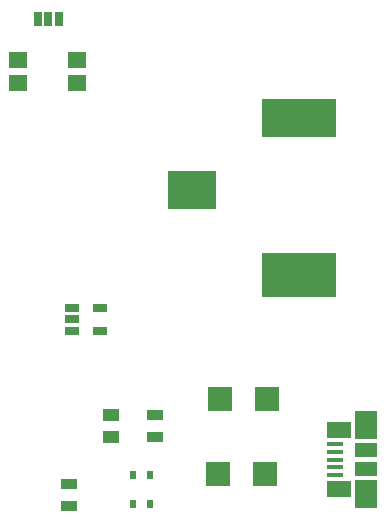
<source format=gtp>
G04*
G04 #@! TF.GenerationSoftware,Altium Limited,Altium Designer,25.4.2 (15)*
G04*
G04 Layer_Color=8421504*
%FSLAX44Y44*%
%MOMM*%
G71*
G04*
G04 #@! TF.SameCoordinates,15869630-21D1-4171-BE07-BC68FFD32C74*
G04*
G04*
G04 #@! TF.FilePolarity,Positive*
G04*
G01*
G75*
%ADD21R,0.6000X0.8000*%
%ADD22R,1.3000X0.7000*%
%ADD23R,1.4500X1.0500*%
%ADD24R,1.5500X1.3500*%
%ADD25R,0.6350X1.2700*%
%ADD26R,2.0000X2.0000*%
%ADD27R,1.4000X0.9500*%
%ADD28R,1.3800X0.4500*%
%ADD29R,2.1000X1.4750*%
%ADD30R,1.9000X2.3750*%
%ADD31R,1.9000X1.1750*%
%ADD32R,6.3500X3.3000*%
%ADD33R,6.3500X3.8100*%
%ADD34R,4.0600X3.3000*%
D21*
X369200Y124460D02*
D03*
X354700D02*
D03*
X369200Y100330D02*
D03*
X354700D02*
D03*
D22*
X326960Y266040D02*
D03*
Y247040D02*
D03*
X302960D02*
D03*
Y256540D02*
D03*
Y266040D02*
D03*
D23*
X336550Y175370D02*
D03*
Y156870D02*
D03*
D24*
X257810Y456340D02*
D03*
Y475840D02*
D03*
X307340Y456340D02*
D03*
Y475840D02*
D03*
D25*
X274320Y510540D02*
D03*
X283210D02*
D03*
X292100D02*
D03*
D26*
X427040Y125730D02*
D03*
X467040D02*
D03*
X428310Y189230D02*
D03*
X468310D02*
D03*
D27*
X300990Y98700D02*
D03*
Y117200D02*
D03*
X373380Y175620D02*
D03*
Y157120D02*
D03*
D28*
X525850Y124915D02*
D03*
Y131415D02*
D03*
Y137915D02*
D03*
Y144415D02*
D03*
Y150915D02*
D03*
D29*
X529450Y113290D02*
D03*
Y162540D02*
D03*
D30*
X552450Y108790D02*
D03*
Y167040D02*
D03*
D31*
Y129540D02*
D03*
Y146290D02*
D03*
D32*
X495800Y426740D02*
D03*
D33*
Y293840D02*
D03*
D34*
X404400Y365740D02*
D03*
M02*

</source>
